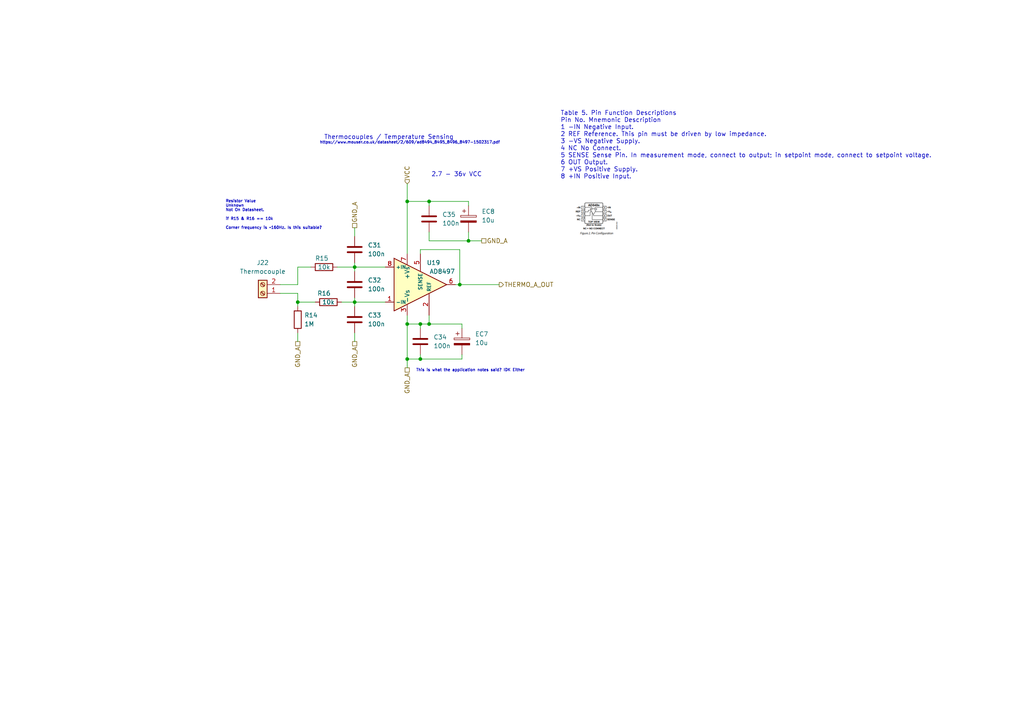
<source format=kicad_sch>
(kicad_sch (version 20230121) (generator eeschema)
  (paper "A4")
  (lib_symbols
    (symbol "000_Capacitor_Electrolytic_Immo:22u" (pin_numbers hide) (pin_names (offset 0.254))
      (property "Reference" "EC" (at 0.635 2.54 0))
      (property "Value" "22u" (at 0.635 -2.54 0))
      (symbol "22u_0_1"
        (rectangle (start -2.286 0.508) (end 2.286 1.016))
        (polyline (pts (xy -1.778 2.286) (xy -0.762 2.286)))
        (polyline (pts (xy -1.27 2.794) (xy -1.27 1.778)))
        (rectangle (start 2.286 -0.508) (end -2.286 -1.016) (fill (type outline)))
      )
      (symbol "22u_1_1"
        (pin passive line (at 0 3.81 270) (length 2.794) (name "~") (number "1"))
        (pin passive line (at 0 -3.81 90) (length 2.794) (name "~") (number "2"))
      )
    )
    (symbol "000_Capacitor_Film_Immo:cap_film_0805" (pin_numbers hide) (pin_names (offset 0.254))
      (property "Reference" "C" (at 0.635 2.54 0))
      (property "Value" "cap_film_0805" (at 0.635 -2.54 0))
      (symbol "cap_film_0805_0_1"
        (polyline (pts (xy -2.032 -0.762) (xy 2.032 -0.762)) (stroke (width 0.508)))
        (polyline (pts (xy -2.032 0.762) (xy 2.032 0.762)) (stroke (width 0.508)))
      )
      (symbol "cap_film_0805_1_1"
        (pin passive line (at 0 3.81 270) (length 2.794) (name "~") (number "1"))
        (pin passive line (at 0 -3.81 90) (length 2.794) (name "~") (number "2"))
      )
    )
    (symbol "000_Resistors_Immo:Resistor_0805" (pin_numbers hide) (pin_names (offset 0))
      (property "Reference" "R?" (at -2.54 3.81 0))
      (property "Value" "Resistor_0805" (at -5.08 2.54 0))
      (symbol "Resistor_0805_0_1"
        (rectangle (start 2.54 -1.016) (end -2.54 1.016) (stroke (width 0.254)))
      )
      (symbol "Resistor_0805_1_1"
        (pin passive line (at -3.81 0 0) (length 1.27) (name "~") (number "1"))
        (pin passive line (at 3.81 0 180) (length 1.27) (name "~") (number "2"))
      )
    )
    (symbol "Connector:Screw_Terminal_01x02" (pin_names (offset 1.016) hide)
      (property "Reference" "J" (at 0 2.54 0))
      (property "Value" "Screw_Terminal_01x02" (at 0 -5.08 0))
      (symbol "Screw_Terminal_01x02_1_1"
        (rectangle (start -1.27 1.27) (end 1.27 -3.81) (stroke (width 0.254)) (fill (type background)))
        (circle (center 0 -2.54) (radius 0.635) (stroke (width 0.1524)))
        (polyline (pts (xy -0.5334 -2.2098) (xy 0.3302 -3.048)) (stroke (width 0.1524)))
        (polyline (pts (xy -0.5334 0.3302) (xy 0.3302 -0.508)) (stroke (width 0.1524)))
        (polyline (pts (xy -0.3556 -2.032) (xy 0.508 -2.8702)) (stroke (width 0.1524)))
        (polyline (pts (xy -0.3556 0.508) (xy 0.508 -0.3302)) (stroke (width 0.1524)))
        (circle (center 0 0) (radius 0.635) (stroke (width 0.1524)))
        (pin passive line (at -5.08 0 0) (length 3.81) (name "Pin_1") (number "1"))
        (pin passive line (at -5.08 -2.54 0) (length 3.81) (name "Pin_2") (number "2"))
      )
    )
    (symbol "Sensor_Temperature:AD8497"
      (property "Reference" "U" (at 5.08 3.81 0))
      (property "Value" "AD8497" (at 8.89 -3.81 0))
      (symbol "AD8497_0_1"
        (polyline (pts (xy -7.62 7.62) (xy 7.62 0) (xy -7.62 -7.62) (xy -7.62 7.62)) (stroke (width 0.254)) (fill (type background)))
      )
      (symbol "AD8497_1_1"
        (pin input line (at -10.16 -5.08 0) (length 2.54) (name "-IN") (number "1"))
        (pin input line (at 2.54 -8.89 90) (length 6.3) (name "REF") (number "2"))
        (pin power_in line (at -3.81 -8.89 90) (length 3.1) (name "-Vs") (number "3"))
        (pin no_connect line (at -5.08 0 180) (length 2.54) hide (name "NC") (number "4"))
        (pin passive line (at 0 8.89 270) (length 5) (name "SENSE") (number "5"))
        (pin output line (at 10.16 0 180) (length 2.54) (name "~") (number "6"))
        (pin power_in line (at -3.81 8.89 270) (length 3) (name "+Vs") (number "7"))
        (pin input line (at -10.16 5.08 0) (length 2.54) (name "+IN") (number "8"))
      )
    )
  )
  (junction (at 133.35 82.55))
  (junction (at 124.46 93.98))
  (junction (at 118.11 104.14))
  (junction (at 86.36 87.63))
  (junction (at 135.89 69.85))
  (junction (at 118.11 58.42))
  (junction (at 102.87 77.47))
  (junction (at 124.46 58.42))
  (junction (at 121.92 93.98))
  (junction (at 121.92 104.14))
  (junction (at 118.11 93.98))
  (junction (at 102.87 87.63))
  (wire (pts (xy 124.46 91.44) (xy 124.46 93.98)))
  (wire (pts (xy 86.36 96.52) (xy 86.36 99.06)))
  (wire (pts (xy 124.46 67.31) (xy 124.46 69.85)))
  (wire (pts (xy 86.36 77.47) (xy 86.36 82.55)))
  (wire (pts (xy 86.36 77.47) (xy 90.17 77.47)))
  (wire (pts (xy 121.92 102.87) (xy 121.92 104.14)))
  (wire (pts (xy 102.87 77.47) (xy 102.87 78.74)))
  (wire (pts (xy 97.79 77.47) (xy 102.87 77.47)))
  (wire (pts (xy 99.06 87.63) (xy 102.87 87.63)))
  (wire (pts (xy 124.46 69.85) (xy 135.89 69.85)))
  (wire (pts (xy 118.11 93.98) (xy 118.11 104.14)))
  (wire (pts (xy 121.92 104.14) (xy 118.11 104.14)))
  (wire (pts (xy 102.87 77.47) (xy 111.76 77.47)))
  (wire (pts (xy 86.36 87.63) (xy 86.36 85.09)))
  (wire (pts (xy 118.11 91.44) (xy 118.11 93.98)))
  (wire (pts (xy 86.36 85.09) (xy 81.28 85.09)))
  (wire (pts (xy 124.46 93.98) (xy 121.92 93.98)))
  (wire (pts (xy 102.87 76.2) (xy 102.87 77.47)))
  (wire (pts (xy 102.87 96.52) (xy 102.87 99.06)))
  (wire (pts (xy 133.35 82.55) (xy 144.78 82.55)))
  (wire (pts (xy 135.89 69.85) (xy 139.7 69.85)))
  (wire (pts (xy 121.92 95.25) (xy 121.92 93.98)))
  (wire (pts (xy 102.87 87.63) (xy 102.87 88.9)))
  (wire (pts (xy 102.87 87.63) (xy 102.87 86.36)))
  (wire (pts (xy 121.92 72.39) (xy 133.35 72.39)))
  (wire (pts (xy 133.35 72.39) (xy 133.35 82.55)))
  (wire (pts (xy 135.89 59.69) (xy 135.89 58.42)))
  (wire (pts (xy 121.92 93.98) (xy 118.11 93.98)))
  (wire (pts (xy 124.46 58.42) (xy 118.11 58.42)))
  (wire (pts (xy 118.11 104.14) (xy 118.11 106.68)))
  (wire (pts (xy 135.89 69.85) (xy 135.89 67.31)))
  (wire (pts (xy 118.11 58.42) (xy 118.11 73.66)))
  (wire (pts (xy 102.87 66.04) (xy 102.87 68.58)))
  (wire (pts (xy 124.46 93.98) (xy 133.985 93.98)))
  (wire (pts (xy 118.11 53.34) (xy 118.11 58.42)))
  (wire (pts (xy 86.36 88.9) (xy 86.36 87.63)))
  (wire (pts (xy 133.985 93.98) (xy 133.985 95.25)))
  (wire (pts (xy 81.28 82.55) (xy 86.36 82.55)))
  (wire (pts (xy 121.92 73.66) (xy 121.92 72.39)))
  (wire (pts (xy 133.985 102.87) (xy 133.985 104.14)))
  (wire (pts (xy 102.87 87.63) (xy 111.76 87.63)))
  (wire (pts (xy 124.46 58.42) (xy 135.89 58.42)))
  (wire (pts (xy 133.985 104.14) (xy 121.92 104.14)))
  (wire (pts (xy 133.35 82.55) (xy 132.08 82.55)))
  (wire (pts (xy 124.46 59.69) (xy 124.46 58.42)))
  (wire (pts (xy 86.36 87.63) (xy 91.44 87.63)))
  (image (at 172.72 63.5))
  (text "Resistor Value\nUnknown\nNot On Datasheet.\n\nif R15 & R16 == 10k\n\nCorner frequency is ~160Hz. Is this suitable?\n" (at 65.405 66.675 0) (effects (font (size 0.8 0.8)) (justify left bottom)))
  (text "This is what the application notes said? IDK Either" (at 120.65 107.95 0) (effects (font (size 0.8 0.8)) (justify left bottom)))
  (text "Table 5. Pin Function Descriptions\nPin No. Mnemonic Description\n1 −IN Negative Input.\n2 REF Reference. This pin must be driven by low impedance.\n3 −VS Negative Supply.\n4 NC No Connect.\n5 SENSE Sense Pin. In measurement mode, connect to output; in setpoint mode, connect to setpoint voltage.\n6 OUT Output.\n7 +VS Positive Supply.\n8 +IN Positive Input. " (at 162.56 52.07 0) (effects (font (size 1.27 1.27)) (justify left bottom)))
  (text "https://www.mouser.co.uk/datasheet/2/609/ad8494_8495_8496_8497-1502317.pdf" (at 92.71 41.91 0) (effects (font (size 0.8 0.8)) (justify left bottom)))
  (text "2.7 - 36v VCC" (at 125.095 51.435 0) (effects (font (size 1.27 1.27)) (justify left bottom)))
  (text "Thermocouples / Temperature Sensing " (at 93.98 40.64 0) (effects (font (size 1.27 1.27)) (justify left bottom)))
  (hierarchical_label "VCC" (shape input) (at 118.11 53.34 90))
  (hierarchical_label "GND_A" (shape passive) (at 102.87 66.04 90))
  (hierarchical_label "GND_A" (shape passive) (at 102.87 99.06 270))
  (hierarchical_label "GND_A" (shape passive) (at 139.7 69.85 0))
  (hierarchical_label "GND_A" (shape passive) (at 86.36 99.06 270))
  (hierarchical_label "GND_A" (shape passive) (at 118.11 106.68 270))
  (hierarchical_label "THERMO_A_OUT" (shape output) (at 144.78 82.55 0))
  (symbol (lib_id "000_Capacitor_Film_Immo:cap_film_0805") (at 124.46 63.5 0) (unit 1)
    (property "Reference" "C35" (at 128.27 62.2299 0) (effects (justify left)))
    (property "Value" "100n" (at 128.27 64.7699 0) (effects (justify left)))
    (property "Footprint" "Capacitor_SMD:C_0805_2012Metric_Pad1.18x1.45mm_HandSolder" (effects hide))
  )
  (symbol (lib_id "000_Capacitor_Film_Immo:cap_film_0805") (at 102.87 82.55 0) (unit 1)
    (property "Reference" "C32" (at 106.68 81.2799 0) (effects (justify left)))
    (property "Value" "100n" (at 106.68 83.8199 0) (effects (justify left)))
    (property "Footprint" "Capacitor_SMD:C_0805_2012Metric_Pad1.18x1.45mm_HandSolder" (effects hide))
  )
  (symbol (lib_id "Connector:Screw_Terminal_01x02") (at 76.2 85.09 180) (unit 1)
    (property "Reference" "J22" (at 76.2 76.2 0))
    (property "Value" "Thermocouple" (at 76.2 78.74 0))
    (property "Footprint" "TerminalBlock:TerminalBlock_Altech_AK300-2_P5.00mm" (effects hide))
  )
  (symbol (lib_id "000_Resistors_Immo:Resistor_0805") (at 86.36 92.71 90) (unit 1)
    (property "Reference" "R14" (at 88.265 91.44 90) (effects (justify right)))
    (property "Value" "1M" (at 88.265 93.98 90) (effects (justify right)))
    (property "Footprint" "Resistor_SMD:R_0805_2012Metric_Pad1.20x1.40mm_HandSolder" (effects hide))
  )
  (symbol (lib_id "000_Capacitor_Electrolytic_Immo:22u") (at 133.985 99.06 0) (unit 1)
    (property "Reference" "EC7" (at 137.795 96.9009 0) (effects (justify left)))
    (property "Value" "10u" (at 137.795 99.4409 0) (effects (justify left)))
    (property "Footprint" "Capacitor_SMD:CP_Elec_4x5.4" (effects hide))
  )
  (symbol (lib_id "Sensor_Temperature:AD8497") (at 121.92 82.55 0) (unit 1)
    (property "Reference" "U19" (at 125.73 76.2 0))
    (property "Value" "AD8497" (at 128.27 78.74 0))
    (property "Footprint" "Package_SO:MSOP-8_3x3mm_P0.65mm" (effects hide))
    (property "Datasheet" "https://www.analog.com/media/en/technical-documentation/data-sheets/ad8494_8495_8496_8497.pdf" (effects hide))
  )
  (symbol (lib_id "000_Capacitor_Film_Immo:cap_film_0805") (at 121.92 99.06 0) (unit 1)
    (property "Reference" "C34" (at 125.73 97.7899 0) (effects (justify left)))
    (property "Value" "100n" (at 125.73 100.3299 0) (effects (justify left)))
    (property "Footprint" "Capacitor_SMD:C_0805_2012Metric_Pad1.18x1.45mm_HandSolder" (effects hide))
  )
  (symbol (lib_id "000_Resistors_Immo:Resistor_0805") (at 95.25 87.63 180) (unit 1)
    (property "Reference" "R16" (at 93.98 85.09 0))
    (property "Value" "10k" (at 95.25 87.63 0))
    (property "Footprint" "Resistor_SMD:R_0805_2012Metric_Pad1.20x1.40mm_HandSolder" (effects hide))
  )
  (symbol (lib_id "000_Capacitor_Film_Immo:cap_film_0805") (at 102.87 92.71 0) (unit 1)
    (property "Reference" "C33" (at 106.68 91.4399 0) (effects (justify left)))
    (property "Value" "100n" (at 106.68 93.9799 0) (effects (justify left)))
    (property "Footprint" "Capacitor_SMD:C_0805_2012Metric_Pad1.18x1.45mm_HandSolder" (effects hide))
  )
  (symbol (lib_id "000_Capacitor_Film_Immo:cap_film_0805") (at 102.87 72.39 0) (unit 1)
    (property "Reference" "C31" (at 106.68 71.1199 0) (effects (justify left)))
    (property "Value" "100n" (at 106.68 73.6599 0) (effects (justify left)))
    (property "Footprint" "Capacitor_SMD:C_0805_2012Metric_Pad1.18x1.45mm_HandSolder" (effects hide))
  )
  (symbol (lib_id "000_Capacitor_Electrolytic_Immo:22u") (at 135.89 63.5 0) (unit 1)
    (property "Reference" "EC8" (at 139.7 61.3409 0) (effects (justify left)))
    (property "Value" "10u" (at 139.7 63.8809 0) (effects (justify left)))
    (property "Footprint" "Capacitor_SMD:CP_Elec_4x5.4" (effects hide))
  )
  (symbol (lib_id "000_Resistors_Immo:Resistor_0805") (at 93.98 77.47 180) (unit 1)
    (property "Reference" "R15" (at 93.345 74.93 0))
    (property "Value" "10k" (at 93.98 77.47 0))
    (property "Footprint" "Resistor_SMD:R_0805_2012Metric_Pad1.20x1.40mm_HandSolder" (effects hide))
  )
)
</source>
